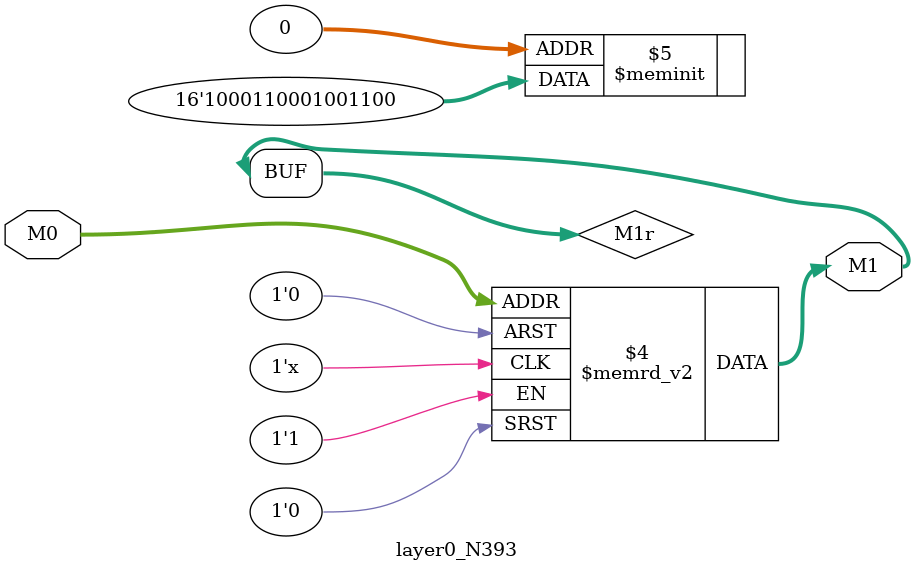
<source format=v>
module layer0_N393 ( input [2:0] M0, output [1:0] M1 );

	(*rom_style = "distributed" *) reg [1:0] M1r;
	assign M1 = M1r;
	always @ (M0) begin
		case (M0)
			3'b000: M1r = 2'b00;
			3'b100: M1r = 2'b00;
			3'b010: M1r = 2'b00;
			3'b110: M1r = 2'b00;
			3'b001: M1r = 2'b11;
			3'b101: M1r = 2'b11;
			3'b011: M1r = 2'b01;
			3'b111: M1r = 2'b10;

		endcase
	end
endmodule

</source>
